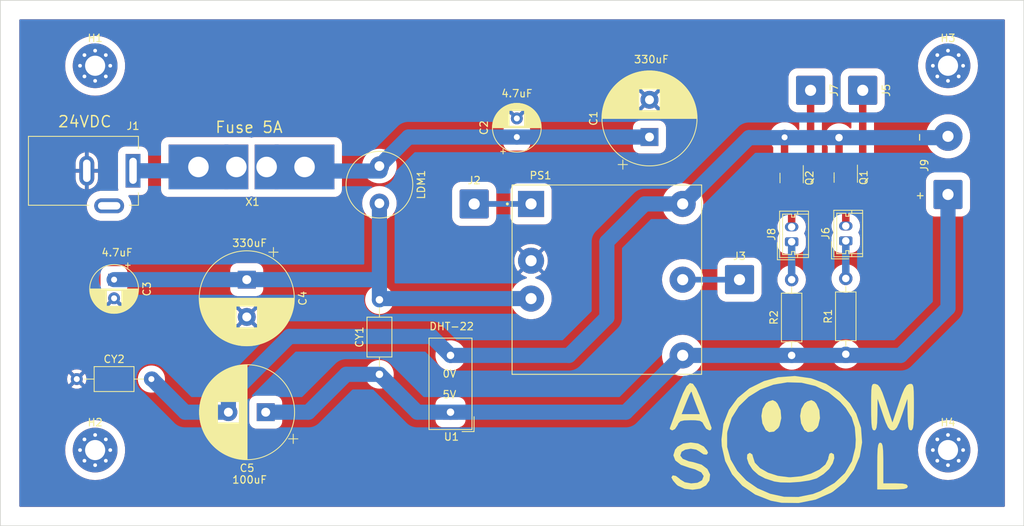
<source format=kicad_pcb>
(kicad_pcb (version 20221018) (generator pcbnew)
  (layers (0 "F.Cu" signal) (31 "B.Cu" signal) (34 "B.Paste" user) (35 "F.Paste" user) (36 "B.SilkS" user "B.Silkscreen") (37 "F.SilkS" user "F.Silkscreen") (38 "B.Mask" user) (39 "F.Mask" user) (44 "Edge.Cuts" user))
  (net 0 "")
  (net 1 "Net-(C1-Pad1)")
  (net 2 "GND")
  (net 3 "Net-(PS1-VIN)")
  (net 4 "/5V")
  (net 5 "/24V")
  (net 6 "Net-(J3-Pin_1)")
  (net 7 "Net-(J5-Pin_1)")
  (net 8 "Net-(J7-Pin_1)")
  (net 9 "Net-(J6-Pin_1)")
  (net 10 "Net-(J8-Pin_1)")
  (net 11 "Net-(J2-Pin_1)")
  (net 12 "Net-(J6-Pin_2)")
  (net 13 "Net-(J8-Pin_2)")
  (net 14 "Net-(J9-Pin_2)")
  (footprint "Package_TO_SOT_SMD:SOT-23" (layer "F.Cu") (at 156.845 75.2625 -90)
    (fp_text reference "Q2" (at 0 -2.4 90) (layer "F.SilkS"))
    (fp_text value "NMOS")
    (pad "1" smd roundrect (at -0.9375 -0.95 270) (size 1.475 0.6) (layers "F.Cu" "F.Paste" "F.Mask") (net 8 "Net-(J7-Pin_1)"))
    (pad "2" smd roundrect (at -0.9375 0.95 270) (size 1.475 0.6) (layers "F.Cu" "F.Paste" "F.Mask") (net 14 "Net-(J9-Pin_2)"))
    (pad "3" smd roundrect (at 0.9375 0 270) (size 1.475 0.6) (layers "F.Cu" "F.Paste" "F.Mask") (net 13 "Net-(J8-Pin_2)"))
  )
  (footprint "Inductor_THT:L_Radial_D8.7mm_P5.00mm_Fastron_07HCP" (layer "F.Cu") (at 101.6 73.66 -90)
    (fp_text reference "LDM1" (at 2.5 -5.6 -90) (layer "F.SilkS"))
    (fp_text value "2.2u")
    (pad "1" thru_hole circle (at 0 0 270) (size 2.6 2.6) (drill 1.3) (layers "*.Cu" "*.Mask") (net 1 "Net-(C1-Pad1)"))
    (pad "2" thru_hole circle (at 5 0 270) (size 2.6 2.6) (drill 1.3) (layers "*.Cu" "*.Mask") (net 3 "Net-(PS1-VIN)"))
  )
  (footprint "Resistor_THT:R_Axial_DIN0207_L6.3mm_D2.5mm_P10.16mm_Horizontal" (layer "F.Cu") (at 156.845 99.06 90)
    (fp_text reference "R2" (at 5.08 -2.37 90) (layer "F.SilkS"))
    (fp_text value "5.6")
    (pad "1" thru_hole circle (at 0 0 90) (size 1.8 1.8) (drill 1) (layers "*.Cu" "*.Mask") (net 4 "/5V"))
    (pad "2" thru_hole circle (at 10.16 0 90) (size 1.8 1.8) (drill 1) (layers "*.Cu" "*.Mask") (net 10 "Net-(J8-Pin_1)"))
  )
  (footprint "Capacitor_THT:CP_Radial_D12.5mm_P5.00mm" (layer "F.Cu") (at 137.795 69.77 90)
    (fp_text reference "C1" (at 2.5 -7.5 90) (layer "F.SilkS"))
    (fp_text value "330u")
    (pad "1" thru_hole rect (at 0 0 90) (size 2.4 2.4) (drill 1.2) (layers "*.Cu" "*.Mask") (net 1 "Net-(C1-Pad1)"))
    (pad "2" thru_hole circle (at 5 0 90) (size 2.4 2.4) (drill 1.2) (layers "*.Cu" "*.Mask") (net 2 "GND"))
  )
  (footprint "Connector_Wire:SolderWire-2sqmm_1x01_D2mm_OD3.9mm" (layer "F.Cu") (at 166.37 63.5 -90)
    (fp_text reference "J5" (at 0 -3.15 -90) (layer "F.SilkS"))
    (fp_text value "Conn_01x01")
    (pad "1" thru_hole roundrect (at 0 0 270) (size 3.9 3.9) (drill 1.5) (layers "*.Cu" "*.Mask") (roundrect_rratio 0.06410307692) (net 7 "Net-(J5-Pin_1)"))
  )
  (footprint "MountingHole:MountingHole_2.7mm_Pad_Via" (layer "F.Cu") (at 177.8 111.76)
    (fp_text reference "H4" (at 0 -3.7) (layer "F.SilkS"))
    (fp_text value "MountingHole")
    (pad "1" thru_hole circle (at -2.025 0) (size 0.8 0.8) (drill 0.5) (layers "*.Cu" "*.Mask"))
    (pad "1" thru_hole circle (at -1.431891 -1.431891) (size 0.8 0.8) (drill 0.5) (layers "*.Cu" "*.Mask"))
    (pad "1" thru_hole circle (at -1.431891 1.431891) (size 0.8 0.8) (drill 0.5) (layers "*.Cu" "*.Mask"))
    (pad "1" thru_hole circle (at 0 -2.025) (size 0.8 0.8) (drill 0.5) (layers "*.Cu" "*.Mask"))
    (pad "1" thru_hole circle (at 0 0) (size 6 6) (drill 2.7) (layers "*.Cu" "*.Mask"))
    (pad "1" thru_hole circle (at 0 2.025) (size 0.8 0.8) (drill 0.5) (layers "*.Cu" "*.Mask"))
    (pad "1" thru_hole circle (at 1.431891 -1.431891) (size 0.8 0.8) (drill 0.5) (layers "*.Cu" "*.Mask"))
    (pad "1" thru_hole circle (at 1.431891 1.431891) (size 0.8 0.8) (drill 0.5) (layers "*.Cu" "*.Mask"))
    (pad "1" thru_hole circle (at 2.025 0) (size 0.8 0.8) (drill 0.5) (layers "*.Cu" "*.Mask"))
  )
  (footprint "LOGO" (layer "F.Cu") (at 156.845 110.49)
    (fp_text reference "" (at 0 0) (layer "F.SilkS") (effects (font (size 1.5 1.5) (thickness 0.3))))
    (fp_text value "LOGO" hide)
  )
  (footprint "Capacitor_THT:C_Axial_L5.1mm_D3.1mm_P10.00mm_Horizontal" (layer "F.Cu") (at 61.04 102.235)
    (fp_text reference "CY2" (at 5 -2.67) (layer "F.SilkS"))
    (fp_text value "1n")
    (pad "1" thru_hole circle (at 0 0) (size 1.6 1.6) (drill 0.8) (layers "*.Cu" "*.Mask") (net 2 "GND"))
    (pad "2" thru_hole oval (at 10 0) (size 1.6 1.6) (drill 0.8) (layers "*.Cu" "*.Mask") (net 14 "Net-(J9-Pin_2)"))
  )
  (footprint "Capacitor_THT:CP_Radial_D12.5mm_P5.00mm" (layer "F.Cu") (at 86.36 106.68 180)
    (fp_text reference "C5" (at 2.5 -7.5) (layer "F.SilkS"))
    (fp_text value "100u")
    (pad "1" thru_hole rect (at 0 0 180) (size 2.4 2.4) (drill 1.2) (layers "*.Cu" "*.Mask") (net 4 "/5V"))
    (pad "2" thru_hole circle (at 5 0 180) (size 2.4 2.4) (drill 1.2) (layers "*.Cu" "*.Mask") (net 14 "Net-(J9-Pin_2)"))
  )
  (footprint "Capacitor_THT:C_Axial_L5.1mm_D3.1mm_P10.00mm_Horizontal" (layer "F.Cu") (at 101.6 101.6 90)
    (fp_text reference "CY1" (at 5 -2.67 90) (layer "F.SilkS"))
    (fp_text value "1n")
    (pad "1" thru_hole circle (at 0 0 90) (size 1.8 1.8) (drill 1) (layers "*.Cu" "*.Mask") (net 4 "/5V"))
    (pad "2" thru_hole circle (at 10 0 90) (size 1.8 1.8) (drill 1) (layers "*.Cu" "*.Mask") (net 3 "Net-(PS1-VIN)"))
  )
  (footprint "Connector_Molex:Molex_Micro-Latch_53253-0270_1x02_P2.00mm_Vertical" (layer "F.Cu") (at 164.1 83.7 90)
    (fp_text reference "J6" (at 1 -2.7 90) (layer "F.SilkS"))
    (fp_text value "Conn_01x02")
    (pad "1" thru_hole roundrect (at 0 0 90) (size 1.2 1.8) (drill 1) (layers "*.Cu" "*.Mask") (roundrect_rratio 0.2083333333) (net 9 "Net-(J6-Pin_1)"))
    (pad "2" thru_hole oval (at 2 0 90) (size 1.2 1.8) (drill 1) (layers "*.Cu" "*.Mask") (net 12 "Net-(J6-Pin_2)"))
  )
  (footprint "Connector_Wire:SolderWire-2sqmm_1x01_D2mm_OD3.9mm" (layer "F.Cu") (at 159.385 63.5 -90)
    (fp_text reference "J7" (at 0 -3.15 -90) (layer "F.SilkS"))
    (fp_text value "Conn_01x01")
    (pad "1" thru_hole roundrect (at 0 0 270) (size 3.9 3.9) (drill 1.5) (layers "*.Cu" "*.Mask") (roundrect_rratio 0.06410307692) (net 8 "Net-(J7-Pin_1)"))
  )
  (footprint "Resistor_THT:R_Axial_DIN0207_L6.3mm_D2.5mm_P10.16mm_Horizontal" (layer "F.Cu") (at 164.1 98.9 90)
    (fp_text reference "R1" (at 5.08 -2.37 90) (layer "F.SilkS"))
    (fp_text value "5.6")
    (pad "1" thru_hole circle (at 0 0 90) (size 1.8 1.8) (drill 1) (layers "*.Cu" "*.Mask") (net 4 "/5V"))
    (pad "2" thru_hole circle (at 10.16 0 90) (size 1.8 1.8) (drill 1) (layers "*.Cu" "*.Mask") (net 9 "Net-(J6-Pin_1)"))
  )
  (footprint "Connector_BarrelJack:BarrelJack_Kycon_KLDX-0202-xC_Horizontal" (layer "F.Cu") (at 68.58 74.295)
    (fp_text reference "J1" (at 0 -6 unlocked) (layer "F.SilkS"))
    (fp_text value "Conn_01x01")
    (pad "1" thru_hole rect (at 0 0) (size 2 4.5) (drill oval 1 3.5) (layers "*.Cu" "*.Mask") (net 5 "/24V"))
    (pad "2" thru_hole oval (at -6.2 0) (size 2 4) (drill oval 1 3) (layers "*.Cu" "*.Mask") (net 2 "GND"))
    (pad "3" thru_hole oval (at -3.2 4.7 90) (size 2 4) (drill oval 1 3) (layers "*.Cu" "*.Mask"))
  )
  (footprint "MountingHole:MountingHole_2.7mm_Pad_Via" (layer "F.Cu") (at 177.8 60.205)
    (fp_text reference "H3" (at 0 -3.7) (layer "F.SilkS"))
    (fp_text value "MountingHole")
    (pad "1" thru_hole circle (at -2.025 0) (size 0.8 0.8) (drill 0.5) (layers "*.Cu" "*.Mask"))
    (pad "1" thru_hole circle (at -1.431891 -1.431891) (size 0.8 0.8) (drill 0.5) (layers "*.Cu" "*.Mask"))
    (pad "1" thru_hole circle (at -1.431891 1.431891) (size 0.8 0.8) (drill 0.5) (layers "*.Cu" "*.Mask"))
    (pad "1" thru_hole circle (at 0 -2.025) (size 0.8 0.8) (drill 0.5) (layers "*.Cu" "*.Mask"))
    (pad "1" thru_hole circle (at 0 0) (size 6 6) (drill 2.7) (layers "*.Cu" "*.Mask"))
    (pad "1" thru_hole circle (at 0 2.025) (size 0.8 0.8) (drill 0.5) (layers "*.Cu" "*.Mask"))
    (pad "1" thru_hole circle (at 1.431891 -1.431891) (size 0.8 0.8) (drill 0.5) (layers "*.Cu" "*.Mask"))
    (pad "1" thru_hole circle (at 1.431891 1.431891) (size 0.8 0.8) (drill 0.5) (layers "*.Cu" "*.Mask"))
    (pad "1" thru_hole circle (at 2.025 0) (size 0.8 0.8) (drill 0.5) (layers "*.Cu" "*.Mask"))
  )
  (footprint "Capacitor_THT:CP_Radial_D12.5mm_P5.00mm" (layer "F.Cu") (at 83.82 88.9 -90)
    (fp_text reference "C4" (at 2.5 -7.5 90) (layer "F.SilkS"))
    (fp_text value "330u")
    (pad "1" thru_hole rect (at 0 0 270) (size 2.4 2.4) (drill 1.2) (layers "*.Cu" "*.Mask") (net 3 "Net-(PS1-VIN)"))
    (pad "2" thru_hole circle (at 5 0 270) (size 2.4 2.4) (drill 1.2) (layers "*.Cu" "*.Mask") (net 2 "GND"))
  )
  (footprint "MountingHole:MountingHole_2.7mm_Pad_Via" (layer "F.Cu") (at 63.5 111.76)
    (fp_text reference "H2" (at 0 -3.7) (layer "F.SilkS"))
    (fp_text value "MountingHole")
    (pad "1" thru_hole circle (at -2.025 0) (size 0.8 0.8) (drill 0.5) (layers "*.Cu" "*.Mask"))
    (pad "1" thru_hole circle (at -1.431891 -1.431891) (size 0.8 0.8) (drill 0.5) (layers "*.Cu" "*.Mask"))
    (pad "1" thru_hole circle (at -1.431891 1.431891) (size 0.8 0.8) (drill 0.5) (layers "*.Cu" "*.Mask"))
    (pad "1" thru_hole circle (at 0 -2.025) (size 0.8 0.8) (drill 0.5) (layers "*.Cu" "*.Mask"))
    (pad "1" thru_hole circle (at 0 0) (size 6 6) (drill 2.7) (layers "*.Cu" "*.Mask"))
    (pad "1" thru_hole circle (at 0 2.025) (size 0.8 0.8) (drill 0.5) (layers "*.Cu" "*.Mask"))
    (pad "1" thru_hole circle (at 1.431891 -1.431891) (size 0.8 0.8) (drill 0.5) (layers "*.Cu" "*.Mask"))
    (pad "1" thru_hole circle (at 1.431891 1.431891) (size 0.8 0.8) (drill 0.5) (layers "*.Cu" "*.Mask"))
    (pad "1" thru_hole circle (at 2.025 0) (size 0.8 0.8) (drill 0.5) (layers "*.Cu" "*.Mask"))
  )
  (footprint "3522-2:FUSE_3522-2" (layer "F.Cu") (at 84.455 73.415 180)
    (fp_text reference "X1" (at -0.127 -5.071) (layer "F.SilkS"))
    (fp_text value "3522-2")
    (pad "1A" thru_hole rect (at -7.11 -0.37 180) (size 8 6) (drill 2.75) (layers "*.Cu" "*.Mask") (net 1 "Net-(C1-Pad1)"))
    (pad "1B" thru_hole rect (at -2.03 -0.37 180) (size 3.2 6) (drill 2.75) (layers "*.Cu" "*.Mask") (net 1 "Net-(C1-Pad1)"))
    (pad "2A" thru_hole rect (at 2.03 -0.37 180) (size 3.2 6) (drill 2.75) (layers "*.Cu" "*.Mask") (net 5 "/24V"))
    (pad "2B" thru_hole rect (at 7.11 -0.37 180) (size 8 6) (drill 2.75) (layers "*.Cu" "*.Mask") (net 5 "/24V"))
  )
  (footprint "Connector_Wire:SolderWire-2sqmm_1x01_D2mm_OD3.9mm" (layer "F.Cu") (at 114.3 78.74)
    (fp_text reference "J2" (at 0 -3.15) (layer "F.SilkS"))
    (fp_text value "Conn_01x01")
    (pad "1" thru_hole roundrect (at 0 0) (size 3.9 3.9) (drill 1.5) (layers "*.Cu" "*.Mask") (roundrect_rratio 0.06410307692) (net 11 "Net-(J2-Pin_1)"))
  )
  (footprint "Package_TO_SOT_SMD:SOT-23" (layer "F.Cu") (at 164.1 75.2 -90)
    (fp_text reference "Q1" (at 0 -2.4 90) (layer "F.SilkS"))
    (fp_text value "NMOS")
    (pad "1" smd roundrect (at -0.9375 -0.95 270) (size 1.475 0.6) (layers "F.Cu" "F.Paste" "F.Mask") (net 7 "Net-(J5-Pin_1)"))
    (pad "2" smd roundrect (at -0.9375 0.95 270) (size 1.475 0.6) (layers "F.Cu" "F.Paste" "F.Mask") (net 14 "Net-(J9-Pin_2)"))
    (pad "3" smd roundrect (at 0.9375 0 270) (size 1.475 0.6) (layers "F.Cu" "F.Paste" "F.Mask") (net 12 "Net-(J6-Pin_2)"))
  )
  (footprint "PDQE20-Q24-S5-D:CONV_PDQE20-Q24-S5-D" (layer "F.Cu") (at 132.08 88.9)
    (fp_text reference "PS1" (at -8.89 -13.97) (layer "F.SilkS"))
    (fp_text value "PDQE20-Q24-S5-D")
    (pad "1" thru_hole rect (at -10.16 -10.16) (size 3.5 3.5) (drill 1.5) (layers "*.Cu" "*.Mask") (net 11 "Net-(J2-Pin_1)"))
    (pad "2" thru_hole circle (at -10.16 -2.54) (size 3.5 3.5) (drill 1.5) (layers "*.Cu" "*.Mask") (net 2 "GND"))
    (pad "3" thru_hole circle (at -10.16 2.54) (size 3.5 3.5) (drill 1.5) (layers "*.Cu" "*.Mask") (net 3 "Net-(PS1-VIN)"))
    (pad "4" thru_hole circle (at 10.16 10.16) (size 3.5 3.5) (drill 1.5) (layers "*.Cu" "*.Mask") (net 4 "/5V"))
    (pad "5" thru_hole circle (at 10.16 0) (size 3.5 3.5) (drill 1.5) (layers "*.Cu" "*.Mask") (net 6 "Net-(J3-Pin_1)"))
    (pad "6" thru_hole circle (at 10.16 -10.16) (size 3.5 3.5) (drill 1.5) (layers "*.Cu" "*.Mask") (net 14 "Net-(J9-Pin_2)"))
  )
  (footprint "Connector_Wire:SolderWire-2sqmm_1x02_P7.8mm_D2mm_OD3.9mm" (layer "F.Cu") (at 177.8 77.47 90)
    (fp_text reference "J9" (at 3.9 -3.15 90) (layer "F.SilkS"))
    (fp_text value "Conn_01x01")
    (pad "1" thru_hole roundrect (at 0 0 90) (size 3.9 3.9) (drill 1.5) (layers "*.Cu" "*.Mask") (roundrect_rratio 0.06410307692) (net 4 "/5V"))
    (pad "2" thru_hole circle (at 7.8 0 90) (size 3.9 3.9) (drill 1.5) (layers "*.Cu" "*.Mask") (net 14 "Net-(J9-Pin_2)"))
  )
  (footprint "Sensor:Aosong_DHT11_5.5x12.0_P2.54mm" (layer "F.Cu") (at 111.125 106.68 180)
    (fp_text reference "U1" (at -0.127 -3.302) (layer "F.SilkS"))
    (fp_text value "DHT22")
    (pad "1" thru_hole rect (at 0 0 180) (size 2 2) (drill 1) (layers "*.Cu" "*.Mask") (net 4 "/5V"))
    (pad "4" thru_hole circle (at 0 7.62 180) (size 2 2) (drill 1) (layers "*.Cu" "*.Mask") (net 14 "Net-(J9-Pin_2)"))
  )
  (footprint "Connector_Molex:Molex_Micro-Latch_53253-0270_1x02_P2.00mm_Vertical" (layer "F.Cu") (at 156.845 83.82 90)
    (fp_text reference "J8" (at 1 -2.7 90) (layer "F.SilkS"))
    (fp_text value "Conn_01x02")
    (pad "1" thru_hole roundrect (at 0 0 90) (size 1.2 1.8) (drill 1) (layers "*.Cu" "*.Mask") (roundrect_rratio 0.2083333333) (net 10 "Net-(J8-Pin_1)"))
    (pad "2" thru_hole oval (at 2 0 90) (size 1.2 1.8) (drill 1) (layers "*.Cu" "*.Mask") (net 13 "Net-(J8-Pin_2)"))
  )
  (footprint "Capacitor_THT:CP_Radial_D6.3mm_P2.50mm" (layer "F.Cu") (at 120.015 69.77 90)
    (fp_text reference "C2" (at 1.25 -4.4 90) (layer "F.SilkS"))
    (fp_text value "4.7u")
    (pad "1" thru_hole rect (at 0 0 90) (size 1.6 1.6) (drill 0.8) (layers "*.Cu" "*.Mask") (net 1 "Net-(C1-Pad1)"))
    (pad "2" thru_hole circle (at 2.5 0 90) (size 1.6 1.6) (drill 0.8) (layers "*.Cu" "*.Mask") (net 2 "GND"))
  )
  (footprint "Capacitor_THT:CP_Radial_D6.3mm_P2.50mm" (layer "F.Cu") (at 66.04 88.9 -90)
    (fp_text reference "C3" (at 1.25 -4.4 -90) (layer "F.SilkS"))
    (fp_text value "4.7u")
    (pad "1" thru_hole rect (at 0 0 270) (size 1.6 1.6) (drill 0.8) (layers "*.Cu" "*.Mask") (net 3 "Net-(PS1-VIN)"))
    (pad "2" thru_hole circle (at 2.5 0 270) (size 1.6 1.6) (drill 0.8) (layers "*.Cu" "*.Mask") (net 2 "GND"))
  )
  (footprint "MountingHole:MountingHole_2.7mm_Pad_Via" (layer "F.Cu") (at 63.5 60.205)
    (fp_text reference "H1" (at 0 -3.7) (layer "F.SilkS"))
    (fp_text value "MountingHole")
    (pad "1" thru_hole circle (at -2.025 0) (size 0.8 0.8) (drill 0.5) (layers "*.Cu" "*.Mask"))
    (pad "1" thru_hole circle (at -1.431891 -1.431891) (size 0.8 0.8) (drill 0.5) (layers "*.Cu" "*.Mask"))
    (pad "1" thru_hole circle (at -1.431891 1.431891) (size 0.8 0.8) (drill 0.5) (layers "*.Cu" "*.Mask"))
    (pad "1" thru_hole circle (at 0 -2.025) (size 0.8 0.8) (drill 0.5) (layers "*.Cu" "*.Mask"))
    (pad "1" thru_hole circle (at 0 0) (size 6 6) (drill 2.7) (layers "*.Cu" "*.Mask"))
    (pad "1" thru_hole circle (at 0 2.025) (size 0.8 0.8) (drill 0.5) (layers "*.Cu" "*.Mask"))
    (pad "1" thru_hole circle (at 1.431891 -1.431891) (size 0.8 0.8) (drill 0.5) (layers "*.Cu" "*.Mask"))
    (pad "1" thru_hole circle (at 1.431891 1.431891) (size 0.8 0.8) (drill 0.5) (layers "*.Cu" "*.Mask"))
    (pad "1" thru_hole circle (at 2.025 0) (size 0.8 0.8) (drill 0.5) (layers "*.Cu" "*.Mask"))
  )
  (footprint "Connector_Wire:SolderWire-2sqmm_1x01_D2mm_OD3.9mm" (layer "F.Cu") (at 149.86 88.9)
    (fp_text reference "J3" (at 0 -3.15) (layer "F.SilkS"))
    (fp_text value "Conn_01x01")
    (pad "1" thru_hole roundrect (at 0 0) (size 3.9 3.9) (drill 1.5) (layers "*.Cu" "*.Mask") (roundrect_rratio 0.06410307692) (net 6 "Net-(J3-Pin_1)"))
  )
  (gr_rect (start 50.8 51.435) (end 187.96 121.92) (stroke (width 0.1)) (fill none) (layer "Edge.Cuts"))
  (gr_text "-" (at 182.4 68.78 270) (layer "F.Cu") (effects (font (size 1.5 1.5)) (justify left bottom)))
  (gr_text "+" (at 182.288 78.412) (layer "F.Cu") (effects (font (size 1.5 1.5)) (justify left bottom)))
  (gr_text "SDSU TEAM12 FALL 2023\nDC-DC: 24V to 5V\nRev 1.1" (at 76.2 61.595) (layer "F.Cu" knockout) (effects (font (size 1.5 1.5) (thickness 0.3) bold) (justify left bottom)))
  (gr_text "4.7uF" (at 117.856 64.516) (layer "F.SilkS") (effects (font (size 1 1)) (justify left bottom)))
  (gr_text "+" (at 173.36 78.15) (layer "F.SilkS") (effects (font (size 1 1)) (justify left bottom)))
  (gr_text "330uF" (at 81.788 84.582) (layer "F.SilkS") (effects (font (size 1 1)) (justify left bottom)))
  (gr_text "24VDC" (at 58.42 68.58) (layer "F.SilkS") (effects (font (size 1.5 1.5) (thickness 0.1875)) (justify left bottom)))
  (gr_text "Fuse 5A" (at 79.502 69.342) (layer "F.SilkS") (effects (font (size 1.5 1.5) (thickness 0.1875)) (justify left bottom)))
  (gr_text "100uF" (at 81.788 116.332) (layer "F.SilkS") (effects (font (size 1 1)) (justify left bottom)))
  (gr_text "330uF" (at 135.636 59.944) (layer "F.SilkS") (effects (font (size 1 1)) (justify left bottom)))
  (gr_text "-" (at 173.482 69.088 -90) (layer "F.SilkS") (effects (font (size 1 1)) (justify left bottom)))
  (gr_text "4.7uF" (at 64.262 85.852) (layer "F.SilkS") (effects (font (size 1 1)) (justify left bottom)))
  (gr_text "0V" (at 109.982 102.108) (layer "F.SilkS") (effects (font (size 1 1)) (justify left bottom)))
  (gr_text "5V" (at 109.982 104.902) (layer "F.SilkS") (effects (font (size 1 1)) (justify left bottom)))
  (gr_text "DHT-22" (at 108.204 95.758) (layer "F.SilkS") (effects (font (size 1 1)) (justify left bottom)))
  (segment (start 91.565 73.785) (end 86.485 73.785) (width 2.03) (layer "B.Cu") (net 1))
  (segment (start 101.7 74.33) (end 92.11 74.33) (width 2.03) (layer "B.Cu") (net 1))
  (segment (start 92.11 74.33) (end 91.565 73.785) (width 2.03) (layer "B.Cu") (net 1))
  (segment (start 120.015 69.77) (end 137.795 69.77) (width 2.03) (layer "B.Cu") (net 1))
  (segment (start 105.49 69.77) (end 120.015 69.77) (width 2.03) (layer "B.Cu") (net 1))
  (segment (start 101.6 73.66) (end 105.49 69.77) (width 2.03) (layer "B.Cu") (net 1))
  (segment (start 101.6 91.6) (end 101.76 91.44) (width 2.03) (layer "B.Cu") (net 3))
  (segment (start 101.76 91.44) (end 121.92 91.44) (width 2.03) (layer "B.Cu") (net 3))
  (segment (start 101.6 88.9) (end 101.6 78.66) (width 2.03) (layer "B.Cu") (net 3))
  (segment (start 101.6 88.9) (end 101.6 91.6) (width 2.03) (layer "B.Cu") (net 3))
  (segment (start 66.04 88.9) (end 101.6 88.9) (width 2.03) (layer "B.Cu") (net 3))
  (segment (start 101.6 101.6) (end 97.155 101.6) (width 2.03) (layer "B.Cu") (net 4))
  (segment (start 142.24 99.06) (end 156.845 99.06) (width 2.03) (layer "B.Cu") (net 4))
  (segment (start 163.94 99.06) (end 164.1 98.9) (width 2.03) (layer "B.Cu") (net 4))
  (segment (start 156.845 99.06) (end 163.94 99.06) (width 2.03) (layer "B.Cu") (net 4))
  (segment (start 97.155 101.6) (end 92.075 106.68) (width 2.03) (layer "B.Cu") (net 4))
  (segment (start 134.62 106.68) (end 142.24 99.06) (width 2.03) (layer "B.Cu") (net 4))
  (segment (start 164.1 98.9) (end 164.26 99.06) (width 2.03) (layer "B.Cu") (net 4))
  (segment (start 171.45 99.06) (end 177.8 92.71) (width 2.03) (layer "B.Cu") (net 4))
  (segment (start 106.68 106.68) (end 111.125 106.68) (width 2.03) (layer "B.Cu") (net 4))
  (segment (start 177.8 92.71) (end 177.8 77.47) (width 2.03) (layer "B.Cu") (net 4))
  (segment (start 164.26 99.06) (end 171.45 99.06) (width 2.03) (layer "B.Cu") (net 4))
  (segment (start 111.125 106.68) (end 134.62 106.68) (width 2.03) (layer "B.Cu") (net 4))
  (segment (start 101.6 101.6) (end 106.68 106.68) (width 2.03) (layer "B.Cu") (net 4))
  (segment (start 92.075 106.68) (end 86.36 106.68) (width 2.03) (layer "B.Cu") (net 4))
  (segment (start 77.345 73.785) (end 82.425 73.785) (width 2.03) (layer "B.Cu") (net 5))
  (segment (start 77.345 73.785) (end 76.835 74.295) (width 2.03) (layer "B.Cu") (net 5))
  (segment (start 76.835 74.295) (end 68.58 74.295) (width 2.03) (layer "B.Cu") (net 5))
  (segment (start 142.24 88.9) (end 149.86 88.9) (width 0.762) (layer "B.Cu") (net 6))
  (segment (start 166.37 72.73) (end 165.44 73.66) (width 1) (layer "F.Cu") (net 7))
  (segment (start 166.37 63.5) (end 166.37 72.73) (width 1) (layer "F.Cu") (net 7))
  (segment (start 165.44 73.66) (end 165.354 73.66) (width 1) (layer "F.Cu") (net 7))
  (segment (start 159.385 63.5) (end 159.385 72.771) (width 1) (layer "F.Cu") (net 8))
  (segment (start 159.385 72.771) (end 158.242 73.914) (width 1) (layer "F.Cu") (net 8))
  (segment (start 164.1 88.74) (end 164.1 83.7) (width 1) (layer "B.Cu") (net 9))
  (segment (start 156.845 88.9) (end 156.845 83.82) (width 1) (layer "B.Cu") (net 10))
  (segment (start 114.3 78.74) (end 121.92 78.74) (width 0.762) (layer "B.Cu") (net 11))
  (segment (start 164.1 81.7) (end 164.1 76.978) (width 1) (layer "F.Cu") (net 12))
  (segment (start 164.1 76.978) (end 164.084 76.962) (width 1) (layer "F.Cu") (net 12))
  (segment (start 156.845 81.82) (end 156.845 76.962) (width 1) (layer "F.Cu") (net 13))
  (segment (start 163.195 73.361) (end 163.195 69.85) (width 1) (layer "F.Cu") (net 14))
  (segment (start 155.9 69.8) (end 155.895 69.805) (width 1) (layer "F.Cu") (net 14))
  (segment (start 155.895 69.805) (end 155.895 73.66) (width 1) (layer "F.Cu") (net 14))
  (segment (start 163.15 73.406) (end 163.195 73.361) (width 1) (layer "F.Cu") (net 14))
  (via (at 155.9 69.8) (size 2) (drill 0.8) (layers "F.Cu" "B.Cu") (net 14))
  (via (at 163.195 69.85) (size 1.8) (drill 1) (layers "F.Cu" "B.Cu") (net 14))
  (segment (start 132.08 83.82) (end 137.16 78.74) (width 2.03) (layer "B.Cu") (net 14))
  (segment (start 111.125 99.06) (end 108.585 96.52) (width 2.03) (layer "B.Cu") (net 14))
  (segment (start 111.125 99.06) (end 127 99.06) (width 2.03) (layer "B.Cu") (net 14))
  (segment (start 81.36 106.68) (end 75.565 106.68) (width 2.03) (layer "B.Cu") (net 14))
  (segment (start 127 99.06) (end 132.08 93.98) (width 2.03) (layer "B.Cu") (net 14))
  (segment (start 151.13 69.85) (end 155.85 69.85) (width 2.03) (layer "B.Cu") (net 14))
  (segment (start 108.585 96.52) (end 89.535 96.52) (width 2.03) (layer "B.Cu") (net 14))
  (segment (start 89.535 96.52) (end 81.36 104.695) (width 2.03) (layer "B.Cu") (net 14))
  (segment (start 75.565 106.68) (end 71.12 102.235) (width 2.03) (layer "B.Cu") (net 14))
  (segment (start 137.16 78.74) (end 142.24 78.74) (width 2.03) (layer "B.Cu") (net 14))
  (segment (start 155.9 69.8) (end 155.95 69.85) (width 2.03) (layer "B.Cu") (net 14))
  (segment (start 177.62 69.85) (end 177.8 69.67) (width 2.03) (layer "B.Cu") (net 14))
  (segment (start 155.85 69.85) (end 155.9 69.8) (width 2.03) (layer "B.Cu") (net 14))
  (segment (start 155.95 69.85) (end 177.62 69.85) (width 2.03) (layer "B.Cu") (net 14))
  (segment (start 132.08 93.98) (end 132.08 83.82) (width 2.03) (layer "B.Cu") (net 14))
  (segment (start 142.24 78.74) (end 151.13 69.85) (width 2.03) (layer "B.Cu") (net 14))
  (segment (start 71.12 102.235) (end 71.04 102.235) (width 2.03) (layer "B.Cu") (net 14))
  (segment (start 81.36 104.695) (end 81.36 106.68) (width 2.03) (layer "B.Cu") (net 14))
  (zone (net 2) (net_name "GND") (layers "F&B.Cu") (connect_pads (clearance 1.016)) (min_thickness 0.25) (fill yes (thermal_gap 0.5) (thermal_bridge_width 0.5))
    (polygon (pts (xy 53.34 53.975) (xy 185.42 53.975) (xy 185.42 119.38) (xy 53.34 119.38)))
  )
)
</source>
